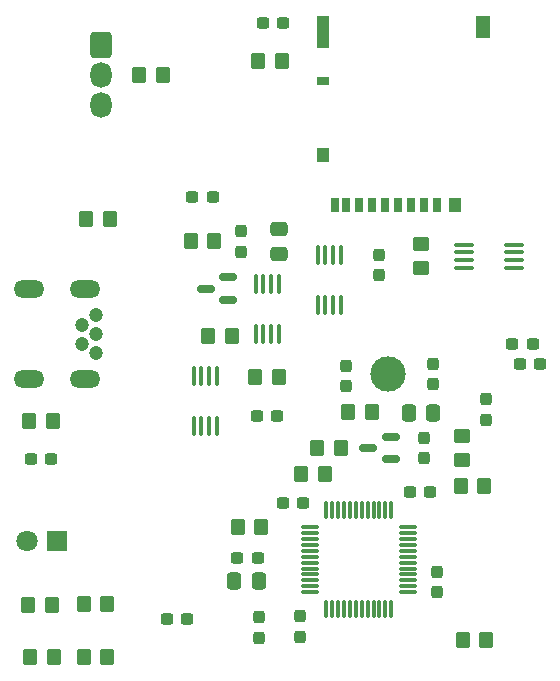
<source format=gbr>
%TF.GenerationSoftware,KiCad,Pcbnew,7.0.5*%
%TF.CreationDate,2023-07-15T17:05:49+09:00*%
%TF.ProjectId,sdmux4,73646d75-7834-42e6-9b69-6361645f7063,rev?*%
%TF.SameCoordinates,Original*%
%TF.FileFunction,Soldermask,Bot*%
%TF.FilePolarity,Negative*%
%FSLAX46Y46*%
G04 Gerber Fmt 4.6, Leading zero omitted, Abs format (unit mm)*
G04 Created by KiCad (PCBNEW 7.0.5) date 2023-07-15 17:05:49*
%MOMM*%
%LPD*%
G01*
G04 APERTURE LIST*
G04 Aperture macros list*
%AMRoundRect*
0 Rectangle with rounded corners*
0 $1 Rounding radius*
0 $2 $3 $4 $5 $6 $7 $8 $9 X,Y pos of 4 corners*
0 Add a 4 corners polygon primitive as box body*
4,1,4,$2,$3,$4,$5,$6,$7,$8,$9,$2,$3,0*
0 Add four circle primitives for the rounded corners*
1,1,$1+$1,$2,$3*
1,1,$1+$1,$4,$5*
1,1,$1+$1,$6,$7*
1,1,$1+$1,$8,$9*
0 Add four rect primitives between the rounded corners*
20,1,$1+$1,$2,$3,$4,$5,0*
20,1,$1+$1,$4,$5,$6,$7,0*
20,1,$1+$1,$6,$7,$8,$9,0*
20,1,$1+$1,$8,$9,$2,$3,0*%
G04 Aperture macros list end*
%ADD10C,3.000000*%
%ADD11C,1.200000*%
%ADD12O,2.600000X1.500000*%
%ADD13RoundRect,0.250200X-0.649800X0.849800X-0.649800X-0.849800X0.649800X-0.849800X0.649800X0.849800X0*%
%ADD14O,1.800000X2.200000*%
%ADD15R,1.800000X1.800000*%
%ADD16C,1.800000*%
%ADD17R,0.700000X1.200000*%
%ADD18R,1.000000X0.800000*%
%ADD19R,1.000000X2.800000*%
%ADD20R,1.000000X1.200000*%
%ADD21R,1.300000X1.900000*%
%ADD22RoundRect,0.100000X0.100000X-0.712500X0.100000X0.712500X-0.100000X0.712500X-0.100000X-0.712500X0*%
%ADD23RoundRect,0.250000X0.337500X0.475000X-0.337500X0.475000X-0.337500X-0.475000X0.337500X-0.475000X0*%
%ADD24RoundRect,0.250000X0.350000X0.450000X-0.350000X0.450000X-0.350000X-0.450000X0.350000X-0.450000X0*%
%ADD25RoundRect,0.150000X0.587500X0.150000X-0.587500X0.150000X-0.587500X-0.150000X0.587500X-0.150000X0*%
%ADD26RoundRect,0.250000X-0.350000X-0.450000X0.350000X-0.450000X0.350000X0.450000X-0.350000X0.450000X0*%
%ADD27RoundRect,0.250000X0.475000X-0.337500X0.475000X0.337500X-0.475000X0.337500X-0.475000X-0.337500X0*%
%ADD28RoundRect,0.250000X0.450000X-0.350000X0.450000X0.350000X-0.450000X0.350000X-0.450000X-0.350000X0*%
%ADD29RoundRect,0.237500X0.237500X-0.300000X0.237500X0.300000X-0.237500X0.300000X-0.237500X-0.300000X0*%
%ADD30RoundRect,0.237500X-0.237500X0.300000X-0.237500X-0.300000X0.237500X-0.300000X0.237500X0.300000X0*%
%ADD31RoundRect,0.237500X-0.300000X-0.237500X0.300000X-0.237500X0.300000X0.237500X-0.300000X0.237500X0*%
%ADD32RoundRect,0.250000X-0.450000X0.350000X-0.450000X-0.350000X0.450000X-0.350000X0.450000X0.350000X0*%
%ADD33RoundRect,0.237500X0.300000X0.237500X-0.300000X0.237500X-0.300000X-0.237500X0.300000X-0.237500X0*%
%ADD34RoundRect,0.075000X-0.075000X0.662500X-0.075000X-0.662500X0.075000X-0.662500X0.075000X0.662500X0*%
%ADD35RoundRect,0.075000X-0.662500X0.075000X-0.662500X-0.075000X0.662500X-0.075000X0.662500X0.075000X0*%
%ADD36RoundRect,0.100000X-0.712500X-0.100000X0.712500X-0.100000X0.712500X0.100000X-0.712500X0.100000X0*%
%ADD37RoundRect,0.237500X-0.237500X0.287500X-0.237500X-0.287500X0.237500X-0.287500X0.237500X0.287500X0*%
G04 APERTURE END LIST*
D10*
%TO.C,U402*%
X193500000Y-100000000D03*
%TD*%
D11*
%TO.C,J101*%
X168750000Y-95000000D03*
X167550000Y-95800000D03*
X168750000Y-96600000D03*
X167550000Y-97400000D03*
X168750000Y-98200000D03*
D12*
X167850000Y-92800000D03*
X163050000Y-92800000D03*
X167850000Y-100400000D03*
X163050000Y-100400000D03*
%TD*%
D13*
%TO.C,U201*%
X169152500Y-72105000D03*
D14*
X169152500Y-74645000D03*
X169152500Y-77185000D03*
%TD*%
D15*
%TO.C,D202*%
X165465000Y-114100000D03*
D16*
X162925000Y-114100000D03*
%TD*%
D17*
%TO.C,J103*%
X197593000Y-85703000D03*
X196493000Y-85703000D03*
X195393000Y-85703000D03*
X194293000Y-85703000D03*
X193193000Y-85703000D03*
X192093000Y-85703000D03*
X190993000Y-85703000D03*
X189893000Y-85703000D03*
X188943000Y-85703000D03*
D18*
X187993000Y-75203000D03*
D19*
X187993000Y-71053000D03*
D20*
X187993000Y-81403000D03*
X199143000Y-85703000D03*
D21*
X201493000Y-70603000D03*
%TD*%
D22*
%TO.C,Q607*%
X178975000Y-104362500D03*
X178325000Y-104362500D03*
X177675000Y-104362500D03*
X177025000Y-104362500D03*
X177025000Y-100137500D03*
X177675000Y-100137500D03*
X178325000Y-100137500D03*
X178975000Y-100137500D03*
%TD*%
D23*
%TO.C,C401*%
X197287500Y-103250000D03*
X195212500Y-103250000D03*
%TD*%
D24*
%TO.C,R301*%
X169900000Y-86830000D03*
X167900000Y-86830000D03*
%TD*%
D25*
%TO.C,Q606*%
X179937500Y-91800000D03*
X179937500Y-93700000D03*
X178062500Y-92750000D03*
%TD*%
D26*
%TO.C,R503*%
X180760000Y-112950000D03*
X182760000Y-112950000D03*
%TD*%
D27*
%TO.C,C609*%
X184250000Y-89787500D03*
X184250000Y-87712500D03*
%TD*%
D24*
%TO.C,R403*%
X201640000Y-109500000D03*
X199640000Y-109500000D03*
%TD*%
D28*
%TO.C,R603*%
X196250000Y-91000000D03*
X196250000Y-89000000D03*
%TD*%
D29*
%TO.C,C506*%
X197610000Y-118462500D03*
X197610000Y-116737500D03*
%TD*%
D30*
%TO.C,C603*%
X196500000Y-105387500D03*
X196500000Y-107112500D03*
%TD*%
D26*
%TO.C,R402*%
X190090000Y-103210000D03*
X192090000Y-103210000D03*
%TD*%
D31*
%TO.C,C508*%
X184557500Y-110920000D03*
X186282500Y-110920000D03*
%TD*%
D25*
%TO.C,Q602*%
X193687500Y-105300000D03*
X193687500Y-107200000D03*
X191812500Y-106250000D03*
%TD*%
D32*
%TO.C,R602*%
X199750000Y-105250000D03*
X199750000Y-107250000D03*
%TD*%
D31*
%TO.C,C507*%
X195337500Y-109980000D03*
X197062500Y-109980000D03*
%TD*%
D29*
%TO.C,C405*%
X197250000Y-100862500D03*
X197250000Y-99137500D03*
%TD*%
D33*
%TO.C,C606*%
X178612500Y-85000000D03*
X176887500Y-85000000D03*
%TD*%
D29*
%TO.C,C605*%
X192750000Y-91612500D03*
X192750000Y-89887500D03*
%TD*%
D24*
%TO.C,R604*%
X189500000Y-106250000D03*
X187500000Y-106250000D03*
%TD*%
D33*
%TO.C,C608*%
X184112500Y-103500000D03*
X182387500Y-103500000D03*
%TD*%
D26*
%TO.C,R605*%
X199800000Y-122500000D03*
X201800000Y-122500000D03*
%TD*%
D33*
%TO.C,C509*%
X182422500Y-115520000D03*
X180697500Y-115520000D03*
%TD*%
D26*
%TO.C,R508*%
X167700000Y-123900000D03*
X169700000Y-123900000D03*
%TD*%
D30*
%TO.C,C501*%
X182520000Y-120567500D03*
X182520000Y-122292500D03*
%TD*%
D33*
%TO.C,C602*%
X206372500Y-99160000D03*
X204647500Y-99160000D03*
%TD*%
D34*
%TO.C,U502*%
X188250000Y-111537500D03*
X188750000Y-111537500D03*
X189250000Y-111537500D03*
X189750000Y-111537500D03*
X190250000Y-111537500D03*
X190750000Y-111537500D03*
X191250000Y-111537500D03*
X191750000Y-111537500D03*
X192250000Y-111537500D03*
X192750000Y-111537500D03*
X193250000Y-111537500D03*
X193750000Y-111537500D03*
D35*
X195162500Y-112950000D03*
X195162500Y-113450000D03*
X195162500Y-113950000D03*
X195162500Y-114450000D03*
X195162500Y-114950000D03*
X195162500Y-115450000D03*
X195162500Y-115950000D03*
X195162500Y-116450000D03*
X195162500Y-116950000D03*
X195162500Y-117450000D03*
X195162500Y-117950000D03*
X195162500Y-118450000D03*
D34*
X193750000Y-119862500D03*
X193250000Y-119862500D03*
X192750000Y-119862500D03*
X192250000Y-119862500D03*
X191750000Y-119862500D03*
X191250000Y-119862500D03*
X190750000Y-119862500D03*
X190250000Y-119862500D03*
X189750000Y-119862500D03*
X189250000Y-119862500D03*
X188750000Y-119862500D03*
X188250000Y-119862500D03*
D35*
X186837500Y-118450000D03*
X186837500Y-117950000D03*
X186837500Y-117450000D03*
X186837500Y-116950000D03*
X186837500Y-116450000D03*
X186837500Y-115950000D03*
X186837500Y-115450000D03*
X186837500Y-114950000D03*
X186837500Y-114450000D03*
X186837500Y-113950000D03*
X186837500Y-113450000D03*
X186837500Y-112950000D03*
%TD*%
D24*
%TO.C,R102*%
X184500000Y-73500000D03*
X182500000Y-73500000D03*
%TD*%
D22*
%TO.C,Q605*%
X184225000Y-96612500D03*
X183575000Y-96612500D03*
X182925000Y-96612500D03*
X182275000Y-96612500D03*
X182275000Y-92387500D03*
X182925000Y-92387500D03*
X183575000Y-92387500D03*
X184225000Y-92387500D03*
%TD*%
D24*
%TO.C,R501*%
X188130000Y-108480000D03*
X186130000Y-108480000D03*
%TD*%
D26*
%TO.C,R202*%
X163000000Y-119500000D03*
X165000000Y-119500000D03*
%TD*%
D31*
%TO.C,C101*%
X163237500Y-107200000D03*
X164962500Y-107200000D03*
%TD*%
D33*
%TO.C,C604*%
X176442500Y-120700000D03*
X174717500Y-120700000D03*
%TD*%
D30*
%TO.C,C407*%
X201750000Y-102137500D03*
X201750000Y-103862500D03*
%TD*%
D24*
%TO.C,R204*%
X174380000Y-74700000D03*
X172380000Y-74700000D03*
%TD*%
%TO.C,R201*%
X169720000Y-119420000D03*
X167720000Y-119420000D03*
%TD*%
D26*
%TO.C,R101*%
X163100000Y-104000000D03*
X165100000Y-104000000D03*
%TD*%
D24*
%TO.C,R608*%
X184250000Y-100250000D03*
X182250000Y-100250000D03*
%TD*%
D36*
%TO.C,Q601*%
X199887500Y-90975000D03*
X199887500Y-90325000D03*
X199887500Y-89675000D03*
X199887500Y-89025000D03*
X204112500Y-89025000D03*
X204112500Y-89675000D03*
X204112500Y-90325000D03*
X204112500Y-90975000D03*
%TD*%
D33*
%TO.C,C105*%
X184612500Y-70250000D03*
X182887500Y-70250000D03*
%TD*%
D24*
%TO.C,R607*%
X178750000Y-88750000D03*
X176750000Y-88750000D03*
%TD*%
D37*
%TO.C,FB401*%
X189940000Y-99285000D03*
X189940000Y-101035000D03*
%TD*%
D26*
%TO.C,R509*%
X163200000Y-123900000D03*
X165200000Y-123900000D03*
%TD*%
D30*
%TO.C,C503*%
X186020000Y-120487500D03*
X186020000Y-122212500D03*
%TD*%
D23*
%TO.C,C512*%
X182527500Y-117470000D03*
X180452500Y-117470000D03*
%TD*%
D29*
%TO.C,C607*%
X181000000Y-89612500D03*
X181000000Y-87887500D03*
%TD*%
D33*
%TO.C,C601*%
X205713500Y-97409000D03*
X203988500Y-97409000D03*
%TD*%
D26*
%TO.C,R609*%
X178250000Y-96750000D03*
X180250000Y-96750000D03*
%TD*%
D22*
%TO.C,Q604*%
X189475000Y-94112500D03*
X188825000Y-94112500D03*
X188175000Y-94112500D03*
X187525000Y-94112500D03*
X187525000Y-89887500D03*
X188175000Y-89887500D03*
X188825000Y-89887500D03*
X189475000Y-89887500D03*
%TD*%
M02*

</source>
